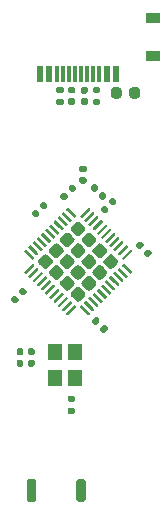
<source format=gtp>
G04 #@! TF.GenerationSoftware,KiCad,Pcbnew,(5.1.10)-1*
G04 #@! TF.CreationDate,2021-09-15T22:42:09+01:00*
G04 #@! TF.ProjectId,32u4-Pico,33327534-2d50-4696-936f-2e6b69636164,REV1*
G04 #@! TF.SameCoordinates,Original*
G04 #@! TF.FileFunction,Paste,Top*
G04 #@! TF.FilePolarity,Positive*
%FSLAX46Y46*%
G04 Gerber Fmt 4.6, Leading zero omitted, Abs format (unit mm)*
G04 Created by KiCad (PCBNEW (5.1.10)-1) date 2021-09-15 22:42:09*
%MOMM*%
%LPD*%
G01*
G04 APERTURE LIST*
%ADD10R,1.200000X0.900000*%
%ADD11R,1.200000X1.400000*%
%ADD12R,0.600000X1.450000*%
%ADD13R,0.300000X1.450000*%
G04 APERTURE END LIST*
D10*
X109940000Y-59855000D03*
X109940000Y-63155000D03*
D11*
X103330000Y-88155000D03*
X103330000Y-90355000D03*
X101630000Y-90355000D03*
X101630000Y-88155000D03*
G36*
G01*
X99350000Y-89305000D02*
X99350000Y-88965000D01*
G75*
G02*
X99490000Y-88825000I140000J0D01*
G01*
X99770000Y-88825000D01*
G75*
G02*
X99910000Y-88965000I0J-140000D01*
G01*
X99910000Y-89305000D01*
G75*
G02*
X99770000Y-89445000I-140000J0D01*
G01*
X99490000Y-89445000D01*
G75*
G02*
X99350000Y-89305000I0J140000D01*
G01*
G37*
G36*
G01*
X98390000Y-89305000D02*
X98390000Y-88965000D01*
G75*
G02*
X98530000Y-88825000I140000J0D01*
G01*
X98810000Y-88825000D01*
G75*
G02*
X98950000Y-88965000I0J-140000D01*
G01*
X98950000Y-89305000D01*
G75*
G02*
X98810000Y-89445000I-140000J0D01*
G01*
X98530000Y-89445000D01*
G75*
G02*
X98390000Y-89305000I0J140000D01*
G01*
G37*
G36*
G01*
X99350000Y-88325000D02*
X99350000Y-87985000D01*
G75*
G02*
X99490000Y-87845000I140000J0D01*
G01*
X99770000Y-87845000D01*
G75*
G02*
X99910000Y-87985000I0J-140000D01*
G01*
X99910000Y-88325000D01*
G75*
G02*
X99770000Y-88465000I-140000J0D01*
G01*
X99490000Y-88465000D01*
G75*
G02*
X99350000Y-88325000I0J140000D01*
G01*
G37*
G36*
G01*
X98390000Y-88325000D02*
X98390000Y-87985000D01*
G75*
G02*
X98530000Y-87845000I140000J0D01*
G01*
X98810000Y-87845000D01*
G75*
G02*
X98950000Y-87985000I0J-140000D01*
G01*
X98950000Y-88325000D01*
G75*
G02*
X98810000Y-88465000I-140000J0D01*
G01*
X98530000Y-88465000D01*
G75*
G02*
X98390000Y-88325000I0J140000D01*
G01*
G37*
G36*
G01*
X102837000Y-92900000D02*
X103207000Y-92900000D01*
G75*
G02*
X103342000Y-93035000I0J-135000D01*
G01*
X103342000Y-93305000D01*
G75*
G02*
X103207000Y-93440000I-135000J0D01*
G01*
X102837000Y-93440000D01*
G75*
G02*
X102702000Y-93305000I0J135000D01*
G01*
X102702000Y-93035000D01*
G75*
G02*
X102837000Y-92900000I135000J0D01*
G01*
G37*
G36*
G01*
X102837000Y-91880000D02*
X103207000Y-91880000D01*
G75*
G02*
X103342000Y-92015000I0J-135000D01*
G01*
X103342000Y-92285000D01*
G75*
G02*
X103207000Y-92420000I-135000J0D01*
G01*
X102837000Y-92420000D01*
G75*
G02*
X102702000Y-92285000I0J135000D01*
G01*
X102702000Y-92015000D01*
G75*
G02*
X102837000Y-91880000I135000J0D01*
G01*
G37*
G36*
G01*
X99252000Y-100697000D02*
X99252000Y-99097000D01*
G75*
G02*
X99452000Y-98897000I200000J0D01*
G01*
X99852000Y-98897000D01*
G75*
G02*
X100052000Y-99097000I0J-200000D01*
G01*
X100052000Y-100697000D01*
G75*
G02*
X99852000Y-100897000I-200000J0D01*
G01*
X99452000Y-100897000D01*
G75*
G02*
X99252000Y-100697000I0J200000D01*
G01*
G37*
G36*
G01*
X103452000Y-100697000D02*
X103452000Y-99097000D01*
G75*
G02*
X103652000Y-98897000I200000J0D01*
G01*
X104052000Y-98897000D01*
G75*
G02*
X104252000Y-99097000I0J-200000D01*
G01*
X104252000Y-100697000D01*
G75*
G02*
X104052000Y-100897000I-200000J0D01*
G01*
X103652000Y-100897000D01*
G75*
G02*
X103452000Y-100697000I0J200000D01*
G01*
G37*
G36*
G01*
X105283787Y-74350371D02*
X105043371Y-74590787D01*
G75*
G02*
X104845381Y-74590787I-98995J98995D01*
G01*
X104647391Y-74392797D01*
G75*
G02*
X104647391Y-74194807I98995J98995D01*
G01*
X104887807Y-73954391D01*
G75*
G02*
X105085797Y-73954391I98995J-98995D01*
G01*
X105283787Y-74152381D01*
G75*
G02*
X105283787Y-74350371I-98995J-98995D01*
G01*
G37*
G36*
G01*
X105962609Y-75029193D02*
X105722193Y-75269609D01*
G75*
G02*
X105524203Y-75269609I-98995J98995D01*
G01*
X105326213Y-75071619D01*
G75*
G02*
X105326213Y-74873629I98995J98995D01*
G01*
X105566629Y-74633213D01*
G75*
G02*
X105764619Y-74633213I98995J-98995D01*
G01*
X105962609Y-74831203D01*
G75*
G02*
X105962609Y-75029193I-98995J-98995D01*
G01*
G37*
G36*
G01*
X103023629Y-74648787D02*
X102783213Y-74408371D01*
G75*
G02*
X102783213Y-74210381I98995J98995D01*
G01*
X102981203Y-74012391D01*
G75*
G02*
X103179193Y-74012391I98995J-98995D01*
G01*
X103419609Y-74252807D01*
G75*
G02*
X103419609Y-74450797I-98995J-98995D01*
G01*
X103221619Y-74648787D01*
G75*
G02*
X103023629Y-74648787I-98995J98995D01*
G01*
G37*
G36*
G01*
X102344807Y-75327609D02*
X102104391Y-75087193D01*
G75*
G02*
X102104391Y-74889203I98995J98995D01*
G01*
X102302381Y-74691213D01*
G75*
G02*
X102500371Y-74691213I98995J-98995D01*
G01*
X102740787Y-74931629D01*
G75*
G02*
X102740787Y-75129619I-98995J-98995D01*
G01*
X102542797Y-75327609D01*
G75*
G02*
X102344807Y-75327609I-98995J98995D01*
G01*
G37*
G36*
G01*
X98309371Y-83419213D02*
X98549787Y-83659629D01*
G75*
G02*
X98549787Y-83857619I-98995J-98995D01*
G01*
X98351797Y-84055609D01*
G75*
G02*
X98153807Y-84055609I-98995J98995D01*
G01*
X97913391Y-83815193D01*
G75*
G02*
X97913391Y-83617203I98995J98995D01*
G01*
X98111381Y-83419213D01*
G75*
G02*
X98309371Y-83419213I98995J-98995D01*
G01*
G37*
G36*
G01*
X98988193Y-82740391D02*
X99228609Y-82980807D01*
G75*
G02*
X99228609Y-83178797I-98995J-98995D01*
G01*
X99030619Y-83376787D01*
G75*
G02*
X98832629Y-83376787I-98995J98995D01*
G01*
X98592213Y-83136371D01*
G75*
G02*
X98592213Y-82938381I98995J98995D01*
G01*
X98790203Y-82740391D01*
G75*
G02*
X98988193Y-82740391I98995J-98995D01*
G01*
G37*
G36*
G01*
X109176213Y-79745629D02*
X109416629Y-79505213D01*
G75*
G02*
X109614619Y-79505213I98995J-98995D01*
G01*
X109812609Y-79703203D01*
G75*
G02*
X109812609Y-79901193I-98995J-98995D01*
G01*
X109572193Y-80141609D01*
G75*
G02*
X109374203Y-80141609I-98995J98995D01*
G01*
X109176213Y-79943619D01*
G75*
G02*
X109176213Y-79745629I98995J98995D01*
G01*
G37*
G36*
G01*
X108497391Y-79066807D02*
X108737807Y-78826391D01*
G75*
G02*
X108935797Y-78826391I98995J-98995D01*
G01*
X109133787Y-79024381D01*
G75*
G02*
X109133787Y-79222371I-98995J-98995D01*
G01*
X108893371Y-79462787D01*
G75*
G02*
X108695381Y-79462787I-98995J98995D01*
G01*
X108497391Y-79264797D01*
G75*
G02*
X108497391Y-79066807I98995J98995D01*
G01*
G37*
G36*
G01*
X104170000Y-72965000D02*
X103830000Y-72965000D01*
G75*
G02*
X103690000Y-72825000I0J140000D01*
G01*
X103690000Y-72545000D01*
G75*
G02*
X103830000Y-72405000I140000J0D01*
G01*
X104170000Y-72405000D01*
G75*
G02*
X104310000Y-72545000I0J-140000D01*
G01*
X104310000Y-72825000D01*
G75*
G02*
X104170000Y-72965000I-140000J0D01*
G01*
G37*
G36*
G01*
X104170000Y-73925000D02*
X103830000Y-73925000D01*
G75*
G02*
X103690000Y-73785000I0J140000D01*
G01*
X103690000Y-73505000D01*
G75*
G02*
X103830000Y-73365000I140000J0D01*
G01*
X104170000Y-73365000D01*
G75*
G02*
X104310000Y-73505000I0J-140000D01*
G01*
X104310000Y-73785000D01*
G75*
G02*
X104170000Y-73925000I-140000J0D01*
G01*
G37*
G36*
G01*
X105447624Y-86130040D02*
X105688040Y-85889624D01*
G75*
G02*
X105886030Y-85889624I98995J-98995D01*
G01*
X106084020Y-86087614D01*
G75*
G02*
X106084020Y-86285604I-98995J-98995D01*
G01*
X105843604Y-86526020D01*
G75*
G02*
X105645614Y-86526020I-98995J98995D01*
G01*
X105447624Y-86328030D01*
G75*
G02*
X105447624Y-86130040I98995J98995D01*
G01*
G37*
G36*
G01*
X104768802Y-85451218D02*
X105009218Y-85210802D01*
G75*
G02*
X105207208Y-85210802I98995J-98995D01*
G01*
X105405198Y-85408792D01*
G75*
G02*
X105405198Y-85606782I-98995J-98995D01*
G01*
X105164782Y-85847198D01*
G75*
G02*
X104966792Y-85847198I-98995J98995D01*
G01*
X104768802Y-85649208D01*
G75*
G02*
X104768802Y-85451218I98995J98995D01*
G01*
G37*
G36*
G01*
X100605629Y-76100787D02*
X100365213Y-75860371D01*
G75*
G02*
X100365213Y-75662381I98995J98995D01*
G01*
X100563203Y-75464391D01*
G75*
G02*
X100761193Y-75464391I98995J-98995D01*
G01*
X101001609Y-75704807D01*
G75*
G02*
X101001609Y-75902797I-98995J-98995D01*
G01*
X100803619Y-76100787D01*
G75*
G02*
X100605629Y-76100787I-98995J98995D01*
G01*
G37*
G36*
G01*
X99926807Y-76779609D02*
X99686391Y-76539193D01*
G75*
G02*
X99686391Y-76341203I98995J98995D01*
G01*
X99884381Y-76143213D01*
G75*
G02*
X100082371Y-76143213I98995J-98995D01*
G01*
X100322787Y-76383629D01*
G75*
G02*
X100322787Y-76581619I-98995J-98995D01*
G01*
X100124797Y-76779609D01*
G75*
G02*
X99926807Y-76779609I-98995J98995D01*
G01*
G37*
G36*
G01*
X106443629Y-75760787D02*
X106203213Y-75520371D01*
G75*
G02*
X106203213Y-75322381I98995J98995D01*
G01*
X106401203Y-75124391D01*
G75*
G02*
X106599193Y-75124391I98995J-98995D01*
G01*
X106839609Y-75364807D01*
G75*
G02*
X106839609Y-75562797I-98995J-98995D01*
G01*
X106641619Y-75760787D01*
G75*
G02*
X106443629Y-75760787I-98995J98995D01*
G01*
G37*
G36*
G01*
X105764807Y-76439609D02*
X105524391Y-76199193D01*
G75*
G02*
X105524391Y-76001203I98995J98995D01*
G01*
X105722381Y-75803213D01*
G75*
G02*
X105920371Y-75803213I98995J-98995D01*
G01*
X106160787Y-76043629D01*
G75*
G02*
X106160787Y-76241619I-98995J-98995D01*
G01*
X105962797Y-76439609D01*
G75*
G02*
X105764807Y-76439609I-98995J98995D01*
G01*
G37*
G36*
G01*
X107280000Y-65989000D02*
X107280000Y-66489000D01*
G75*
G02*
X107055000Y-66714000I-225000J0D01*
G01*
X106605000Y-66714000D01*
G75*
G02*
X106380000Y-66489000I0J225000D01*
G01*
X106380000Y-65989000D01*
G75*
G02*
X106605000Y-65764000I225000J0D01*
G01*
X107055000Y-65764000D01*
G75*
G02*
X107280000Y-65989000I0J-225000D01*
G01*
G37*
G36*
G01*
X108830000Y-65989000D02*
X108830000Y-66489000D01*
G75*
G02*
X108605000Y-66714000I-225000J0D01*
G01*
X108155000Y-66714000D01*
G75*
G02*
X107930000Y-66489000I0J225000D01*
G01*
X107930000Y-65989000D01*
G75*
G02*
X108155000Y-65764000I225000J0D01*
G01*
X108605000Y-65764000D01*
G75*
G02*
X108830000Y-65989000I0J-225000D01*
G01*
G37*
G36*
G01*
X103949000Y-66691000D02*
X104289000Y-66691000D01*
G75*
G02*
X104429000Y-66831000I0J-140000D01*
G01*
X104429000Y-67111000D01*
G75*
G02*
X104289000Y-67251000I-140000J0D01*
G01*
X103949000Y-67251000D01*
G75*
G02*
X103809000Y-67111000I0J140000D01*
G01*
X103809000Y-66831000D01*
G75*
G02*
X103949000Y-66691000I140000J0D01*
G01*
G37*
G36*
G01*
X103949000Y-65731000D02*
X104289000Y-65731000D01*
G75*
G02*
X104429000Y-65871000I0J-140000D01*
G01*
X104429000Y-66151000D01*
G75*
G02*
X104289000Y-66291000I-140000J0D01*
G01*
X103949000Y-66291000D01*
G75*
G02*
X103809000Y-66151000I0J140000D01*
G01*
X103809000Y-65871000D01*
G75*
G02*
X103949000Y-65731000I140000J0D01*
G01*
G37*
G36*
G01*
X102245000Y-66245000D02*
X101875000Y-66245000D01*
G75*
G02*
X101740000Y-66110000I0J135000D01*
G01*
X101740000Y-65840000D01*
G75*
G02*
X101875000Y-65705000I135000J0D01*
G01*
X102245000Y-65705000D01*
G75*
G02*
X102380000Y-65840000I0J-135000D01*
G01*
X102380000Y-66110000D01*
G75*
G02*
X102245000Y-66245000I-135000J0D01*
G01*
G37*
G36*
G01*
X102245000Y-67265000D02*
X101875000Y-67265000D01*
G75*
G02*
X101740000Y-67130000I0J135000D01*
G01*
X101740000Y-66860000D01*
G75*
G02*
X101875000Y-66725000I135000J0D01*
G01*
X102245000Y-66725000D01*
G75*
G02*
X102380000Y-66860000I0J-135000D01*
G01*
X102380000Y-67130000D01*
G75*
G02*
X102245000Y-67265000I-135000J0D01*
G01*
G37*
G36*
G01*
X105335000Y-66255000D02*
X104965000Y-66255000D01*
G75*
G02*
X104830000Y-66120000I0J135000D01*
G01*
X104830000Y-65850000D01*
G75*
G02*
X104965000Y-65715000I135000J0D01*
G01*
X105335000Y-65715000D01*
G75*
G02*
X105470000Y-65850000I0J-135000D01*
G01*
X105470000Y-66120000D01*
G75*
G02*
X105335000Y-66255000I-135000J0D01*
G01*
G37*
G36*
G01*
X105335000Y-67275000D02*
X104965000Y-67275000D01*
G75*
G02*
X104830000Y-67140000I0J135000D01*
G01*
X104830000Y-66870000D01*
G75*
G02*
X104965000Y-66735000I135000J0D01*
G01*
X105335000Y-66735000D01*
G75*
G02*
X105470000Y-66870000I0J-135000D01*
G01*
X105470000Y-67140000D01*
G75*
G02*
X105335000Y-67275000I-135000J0D01*
G01*
G37*
G36*
G01*
X102884000Y-66684000D02*
X103224000Y-66684000D01*
G75*
G02*
X103364000Y-66824000I0J-140000D01*
G01*
X103364000Y-67104000D01*
G75*
G02*
X103224000Y-67244000I-140000J0D01*
G01*
X102884000Y-67244000D01*
G75*
G02*
X102744000Y-67104000I0J140000D01*
G01*
X102744000Y-66824000D01*
G75*
G02*
X102884000Y-66684000I140000J0D01*
G01*
G37*
G36*
G01*
X102884000Y-65724000D02*
X103224000Y-65724000D01*
G75*
G02*
X103364000Y-65864000I0J-140000D01*
G01*
X103364000Y-66144000D01*
G75*
G02*
X103224000Y-66284000I-140000J0D01*
G01*
X102884000Y-66284000D01*
G75*
G02*
X102744000Y-66144000I0J140000D01*
G01*
X102744000Y-65864000D01*
G75*
G02*
X102884000Y-65724000I140000J0D01*
G01*
G37*
G36*
G01*
X103024314Y-83105940D02*
X103413224Y-82717030D01*
G75*
G02*
X103766776Y-82717030I176776J-176776D01*
G01*
X104155686Y-83105940D01*
G75*
G02*
X104155686Y-83459492I-176776J-176776D01*
G01*
X103766776Y-83848402D01*
G75*
G02*
X103413224Y-83848402I-176776J176776D01*
G01*
X103024314Y-83459492D01*
G75*
G02*
X103024314Y-83105940I176776J176776D01*
G01*
G37*
G36*
G01*
X103943553Y-82186702D02*
X104332463Y-81797792D01*
G75*
G02*
X104686015Y-81797792I176776J-176776D01*
G01*
X105074925Y-82186702D01*
G75*
G02*
X105074925Y-82540254I-176776J-176776D01*
G01*
X104686015Y-82929164D01*
G75*
G02*
X104332463Y-82929164I-176776J176776D01*
G01*
X103943553Y-82540254D01*
G75*
G02*
X103943553Y-82186702I176776J176776D01*
G01*
G37*
G36*
G01*
X104862792Y-81267463D02*
X105251702Y-80878553D01*
G75*
G02*
X105605254Y-80878553I176776J-176776D01*
G01*
X105994164Y-81267463D01*
G75*
G02*
X105994164Y-81621015I-176776J-176776D01*
G01*
X105605254Y-82009925D01*
G75*
G02*
X105251702Y-82009925I-176776J176776D01*
G01*
X104862792Y-81621015D01*
G75*
G02*
X104862792Y-81267463I176776J176776D01*
G01*
G37*
G36*
G01*
X105782030Y-80348224D02*
X106170940Y-79959314D01*
G75*
G02*
X106524492Y-79959314I176776J-176776D01*
G01*
X106913402Y-80348224D01*
G75*
G02*
X106913402Y-80701776I-176776J-176776D01*
G01*
X106524492Y-81090686D01*
G75*
G02*
X106170940Y-81090686I-176776J176776D01*
G01*
X105782030Y-80701776D01*
G75*
G02*
X105782030Y-80348224I176776J176776D01*
G01*
G37*
G36*
G01*
X102105075Y-82186702D02*
X102493985Y-81797792D01*
G75*
G02*
X102847537Y-81797792I176776J-176776D01*
G01*
X103236447Y-82186702D01*
G75*
G02*
X103236447Y-82540254I-176776J-176776D01*
G01*
X102847537Y-82929164D01*
G75*
G02*
X102493985Y-82929164I-176776J176776D01*
G01*
X102105075Y-82540254D01*
G75*
G02*
X102105075Y-82186702I176776J176776D01*
G01*
G37*
G36*
G01*
X103024314Y-81267463D02*
X103413224Y-80878553D01*
G75*
G02*
X103766776Y-80878553I176776J-176776D01*
G01*
X104155686Y-81267463D01*
G75*
G02*
X104155686Y-81621015I-176776J-176776D01*
G01*
X103766776Y-82009925D01*
G75*
G02*
X103413224Y-82009925I-176776J176776D01*
G01*
X103024314Y-81621015D01*
G75*
G02*
X103024314Y-81267463I176776J176776D01*
G01*
G37*
G36*
G01*
X103943553Y-80348224D02*
X104332463Y-79959314D01*
G75*
G02*
X104686015Y-79959314I176776J-176776D01*
G01*
X105074925Y-80348224D01*
G75*
G02*
X105074925Y-80701776I-176776J-176776D01*
G01*
X104686015Y-81090686D01*
G75*
G02*
X104332463Y-81090686I-176776J176776D01*
G01*
X103943553Y-80701776D01*
G75*
G02*
X103943553Y-80348224I176776J176776D01*
G01*
G37*
G36*
G01*
X104862792Y-79428985D02*
X105251702Y-79040075D01*
G75*
G02*
X105605254Y-79040075I176776J-176776D01*
G01*
X105994164Y-79428985D01*
G75*
G02*
X105994164Y-79782537I-176776J-176776D01*
G01*
X105605254Y-80171447D01*
G75*
G02*
X105251702Y-80171447I-176776J176776D01*
G01*
X104862792Y-79782537D01*
G75*
G02*
X104862792Y-79428985I176776J176776D01*
G01*
G37*
G36*
G01*
X101185836Y-81267463D02*
X101574746Y-80878553D01*
G75*
G02*
X101928298Y-80878553I176776J-176776D01*
G01*
X102317208Y-81267463D01*
G75*
G02*
X102317208Y-81621015I-176776J-176776D01*
G01*
X101928298Y-82009925D01*
G75*
G02*
X101574746Y-82009925I-176776J176776D01*
G01*
X101185836Y-81621015D01*
G75*
G02*
X101185836Y-81267463I176776J176776D01*
G01*
G37*
G36*
G01*
X102105075Y-80348224D02*
X102493985Y-79959314D01*
G75*
G02*
X102847537Y-79959314I176776J-176776D01*
G01*
X103236447Y-80348224D01*
G75*
G02*
X103236447Y-80701776I-176776J-176776D01*
G01*
X102847537Y-81090686D01*
G75*
G02*
X102493985Y-81090686I-176776J176776D01*
G01*
X102105075Y-80701776D01*
G75*
G02*
X102105075Y-80348224I176776J176776D01*
G01*
G37*
G36*
G01*
X103024314Y-79428985D02*
X103413224Y-79040075D01*
G75*
G02*
X103766776Y-79040075I176776J-176776D01*
G01*
X104155686Y-79428985D01*
G75*
G02*
X104155686Y-79782537I-176776J-176776D01*
G01*
X103766776Y-80171447D01*
G75*
G02*
X103413224Y-80171447I-176776J176776D01*
G01*
X103024314Y-79782537D01*
G75*
G02*
X103024314Y-79428985I176776J176776D01*
G01*
G37*
G36*
G01*
X103943553Y-78509746D02*
X104332463Y-78120836D01*
G75*
G02*
X104686015Y-78120836I176776J-176776D01*
G01*
X105074925Y-78509746D01*
G75*
G02*
X105074925Y-78863298I-176776J-176776D01*
G01*
X104686015Y-79252208D01*
G75*
G02*
X104332463Y-79252208I-176776J176776D01*
G01*
X103943553Y-78863298D01*
G75*
G02*
X103943553Y-78509746I176776J176776D01*
G01*
G37*
G36*
G01*
X100266598Y-80348224D02*
X100655508Y-79959314D01*
G75*
G02*
X101009060Y-79959314I176776J-176776D01*
G01*
X101397970Y-80348224D01*
G75*
G02*
X101397970Y-80701776I-176776J-176776D01*
G01*
X101009060Y-81090686D01*
G75*
G02*
X100655508Y-81090686I-176776J176776D01*
G01*
X100266598Y-80701776D01*
G75*
G02*
X100266598Y-80348224I176776J176776D01*
G01*
G37*
G36*
G01*
X101185836Y-79428985D02*
X101574746Y-79040075D01*
G75*
G02*
X101928298Y-79040075I176776J-176776D01*
G01*
X102317208Y-79428985D01*
G75*
G02*
X102317208Y-79782537I-176776J-176776D01*
G01*
X101928298Y-80171447D01*
G75*
G02*
X101574746Y-80171447I-176776J176776D01*
G01*
X101185836Y-79782537D01*
G75*
G02*
X101185836Y-79428985I176776J176776D01*
G01*
G37*
G36*
G01*
X102105075Y-78509746D02*
X102493985Y-78120836D01*
G75*
G02*
X102847537Y-78120836I176776J-176776D01*
G01*
X103236447Y-78509746D01*
G75*
G02*
X103236447Y-78863298I-176776J-176776D01*
G01*
X102847537Y-79252208D01*
G75*
G02*
X102493985Y-79252208I-176776J176776D01*
G01*
X102105075Y-78863298D01*
G75*
G02*
X102105075Y-78509746I176776J176776D01*
G01*
G37*
G36*
G01*
X103024314Y-77590508D02*
X103413224Y-77201598D01*
G75*
G02*
X103766776Y-77201598I176776J-176776D01*
G01*
X104155686Y-77590508D01*
G75*
G02*
X104155686Y-77944060I-176776J-176776D01*
G01*
X103766776Y-78332970D01*
G75*
G02*
X103413224Y-78332970I-176776J176776D01*
G01*
X103024314Y-77944060D01*
G75*
G02*
X103024314Y-77590508I176776J176776D01*
G01*
G37*
G36*
G01*
X103757938Y-76644752D02*
X104429690Y-75973000D01*
G75*
G02*
X104518078Y-75973000I44194J-44194D01*
G01*
X104606466Y-76061388D01*
G75*
G02*
X104606466Y-76149776I-44194J-44194D01*
G01*
X103934714Y-76821528D01*
G75*
G02*
X103846326Y-76821528I-44194J44194D01*
G01*
X103757938Y-76733140D01*
G75*
G02*
X103757938Y-76644752I44194J44194D01*
G01*
G37*
G36*
G01*
X104111491Y-76998306D02*
X104783243Y-76326554D01*
G75*
G02*
X104871631Y-76326554I44194J-44194D01*
G01*
X104960019Y-76414942D01*
G75*
G02*
X104960019Y-76503330I-44194J-44194D01*
G01*
X104288267Y-77175082D01*
G75*
G02*
X104199879Y-77175082I-44194J44194D01*
G01*
X104111491Y-77086694D01*
G75*
G02*
X104111491Y-76998306I44194J44194D01*
G01*
G37*
G36*
G01*
X104465045Y-77351859D02*
X105136797Y-76680107D01*
G75*
G02*
X105225185Y-76680107I44194J-44194D01*
G01*
X105313573Y-76768495D01*
G75*
G02*
X105313573Y-76856883I-44194J-44194D01*
G01*
X104641821Y-77528635D01*
G75*
G02*
X104553433Y-77528635I-44194J44194D01*
G01*
X104465045Y-77440247D01*
G75*
G02*
X104465045Y-77351859I44194J44194D01*
G01*
G37*
G36*
G01*
X104818598Y-77705412D02*
X105490350Y-77033660D01*
G75*
G02*
X105578738Y-77033660I44194J-44194D01*
G01*
X105667126Y-77122048D01*
G75*
G02*
X105667126Y-77210436I-44194J-44194D01*
G01*
X104995374Y-77882188D01*
G75*
G02*
X104906986Y-77882188I-44194J44194D01*
G01*
X104818598Y-77793800D01*
G75*
G02*
X104818598Y-77705412I44194J44194D01*
G01*
G37*
G36*
G01*
X105172151Y-78058966D02*
X105843903Y-77387214D01*
G75*
G02*
X105932291Y-77387214I44194J-44194D01*
G01*
X106020679Y-77475602D01*
G75*
G02*
X106020679Y-77563990I-44194J-44194D01*
G01*
X105348927Y-78235742D01*
G75*
G02*
X105260539Y-78235742I-44194J44194D01*
G01*
X105172151Y-78147354D01*
G75*
G02*
X105172151Y-78058966I44194J44194D01*
G01*
G37*
G36*
G01*
X105525705Y-78412519D02*
X106197457Y-77740767D01*
G75*
G02*
X106285845Y-77740767I44194J-44194D01*
G01*
X106374233Y-77829155D01*
G75*
G02*
X106374233Y-77917543I-44194J-44194D01*
G01*
X105702481Y-78589295D01*
G75*
G02*
X105614093Y-78589295I-44194J44194D01*
G01*
X105525705Y-78500907D01*
G75*
G02*
X105525705Y-78412519I44194J44194D01*
G01*
G37*
G36*
G01*
X105879258Y-78766073D02*
X106551010Y-78094321D01*
G75*
G02*
X106639398Y-78094321I44194J-44194D01*
G01*
X106727786Y-78182709D01*
G75*
G02*
X106727786Y-78271097I-44194J-44194D01*
G01*
X106056034Y-78942849D01*
G75*
G02*
X105967646Y-78942849I-44194J44194D01*
G01*
X105879258Y-78854461D01*
G75*
G02*
X105879258Y-78766073I44194J44194D01*
G01*
G37*
G36*
G01*
X106232812Y-79119626D02*
X106904564Y-78447874D01*
G75*
G02*
X106992952Y-78447874I44194J-44194D01*
G01*
X107081340Y-78536262D01*
G75*
G02*
X107081340Y-78624650I-44194J-44194D01*
G01*
X106409588Y-79296402D01*
G75*
G02*
X106321200Y-79296402I-44194J44194D01*
G01*
X106232812Y-79208014D01*
G75*
G02*
X106232812Y-79119626I44194J44194D01*
G01*
G37*
G36*
G01*
X106586365Y-79473179D02*
X107258117Y-78801427D01*
G75*
G02*
X107346505Y-78801427I44194J-44194D01*
G01*
X107434893Y-78889815D01*
G75*
G02*
X107434893Y-78978203I-44194J-44194D01*
G01*
X106763141Y-79649955D01*
G75*
G02*
X106674753Y-79649955I-44194J44194D01*
G01*
X106586365Y-79561567D01*
G75*
G02*
X106586365Y-79473179I44194J44194D01*
G01*
G37*
G36*
G01*
X106939918Y-79826733D02*
X107611670Y-79154981D01*
G75*
G02*
X107700058Y-79154981I44194J-44194D01*
G01*
X107788446Y-79243369D01*
G75*
G02*
X107788446Y-79331757I-44194J-44194D01*
G01*
X107116694Y-80003509D01*
G75*
G02*
X107028306Y-80003509I-44194J44194D01*
G01*
X106939918Y-79915121D01*
G75*
G02*
X106939918Y-79826733I44194J44194D01*
G01*
G37*
G36*
G01*
X107293472Y-80180286D02*
X107965224Y-79508534D01*
G75*
G02*
X108053612Y-79508534I44194J-44194D01*
G01*
X108142000Y-79596922D01*
G75*
G02*
X108142000Y-79685310I-44194J-44194D01*
G01*
X107470248Y-80357062D01*
G75*
G02*
X107381860Y-80357062I-44194J44194D01*
G01*
X107293472Y-80268674D01*
G75*
G02*
X107293472Y-80180286I44194J44194D01*
G01*
G37*
G36*
G01*
X107293472Y-80781326D02*
X107381860Y-80692938D01*
G75*
G02*
X107470248Y-80692938I44194J-44194D01*
G01*
X108142000Y-81364690D01*
G75*
G02*
X108142000Y-81453078I-44194J-44194D01*
G01*
X108053612Y-81541466D01*
G75*
G02*
X107965224Y-81541466I-44194J44194D01*
G01*
X107293472Y-80869714D01*
G75*
G02*
X107293472Y-80781326I44194J44194D01*
G01*
G37*
G36*
G01*
X106939918Y-81134879D02*
X107028306Y-81046491D01*
G75*
G02*
X107116694Y-81046491I44194J-44194D01*
G01*
X107788446Y-81718243D01*
G75*
G02*
X107788446Y-81806631I-44194J-44194D01*
G01*
X107700058Y-81895019D01*
G75*
G02*
X107611670Y-81895019I-44194J44194D01*
G01*
X106939918Y-81223267D01*
G75*
G02*
X106939918Y-81134879I44194J44194D01*
G01*
G37*
G36*
G01*
X106586365Y-81488433D02*
X106674753Y-81400045D01*
G75*
G02*
X106763141Y-81400045I44194J-44194D01*
G01*
X107434893Y-82071797D01*
G75*
G02*
X107434893Y-82160185I-44194J-44194D01*
G01*
X107346505Y-82248573D01*
G75*
G02*
X107258117Y-82248573I-44194J44194D01*
G01*
X106586365Y-81576821D01*
G75*
G02*
X106586365Y-81488433I44194J44194D01*
G01*
G37*
G36*
G01*
X106232812Y-81841986D02*
X106321200Y-81753598D01*
G75*
G02*
X106409588Y-81753598I44194J-44194D01*
G01*
X107081340Y-82425350D01*
G75*
G02*
X107081340Y-82513738I-44194J-44194D01*
G01*
X106992952Y-82602126D01*
G75*
G02*
X106904564Y-82602126I-44194J44194D01*
G01*
X106232812Y-81930374D01*
G75*
G02*
X106232812Y-81841986I44194J44194D01*
G01*
G37*
G36*
G01*
X105879258Y-82195539D02*
X105967646Y-82107151D01*
G75*
G02*
X106056034Y-82107151I44194J-44194D01*
G01*
X106727786Y-82778903D01*
G75*
G02*
X106727786Y-82867291I-44194J-44194D01*
G01*
X106639398Y-82955679D01*
G75*
G02*
X106551010Y-82955679I-44194J44194D01*
G01*
X105879258Y-82283927D01*
G75*
G02*
X105879258Y-82195539I44194J44194D01*
G01*
G37*
G36*
G01*
X105525705Y-82549093D02*
X105614093Y-82460705D01*
G75*
G02*
X105702481Y-82460705I44194J-44194D01*
G01*
X106374233Y-83132457D01*
G75*
G02*
X106374233Y-83220845I-44194J-44194D01*
G01*
X106285845Y-83309233D01*
G75*
G02*
X106197457Y-83309233I-44194J44194D01*
G01*
X105525705Y-82637481D01*
G75*
G02*
X105525705Y-82549093I44194J44194D01*
G01*
G37*
G36*
G01*
X105172151Y-82902646D02*
X105260539Y-82814258D01*
G75*
G02*
X105348927Y-82814258I44194J-44194D01*
G01*
X106020679Y-83486010D01*
G75*
G02*
X106020679Y-83574398I-44194J-44194D01*
G01*
X105932291Y-83662786D01*
G75*
G02*
X105843903Y-83662786I-44194J44194D01*
G01*
X105172151Y-82991034D01*
G75*
G02*
X105172151Y-82902646I44194J44194D01*
G01*
G37*
G36*
G01*
X104818598Y-83256200D02*
X104906986Y-83167812D01*
G75*
G02*
X104995374Y-83167812I44194J-44194D01*
G01*
X105667126Y-83839564D01*
G75*
G02*
X105667126Y-83927952I-44194J-44194D01*
G01*
X105578738Y-84016340D01*
G75*
G02*
X105490350Y-84016340I-44194J44194D01*
G01*
X104818598Y-83344588D01*
G75*
G02*
X104818598Y-83256200I44194J44194D01*
G01*
G37*
G36*
G01*
X104465045Y-83609753D02*
X104553433Y-83521365D01*
G75*
G02*
X104641821Y-83521365I44194J-44194D01*
G01*
X105313573Y-84193117D01*
G75*
G02*
X105313573Y-84281505I-44194J-44194D01*
G01*
X105225185Y-84369893D01*
G75*
G02*
X105136797Y-84369893I-44194J44194D01*
G01*
X104465045Y-83698141D01*
G75*
G02*
X104465045Y-83609753I44194J44194D01*
G01*
G37*
G36*
G01*
X104111491Y-83963306D02*
X104199879Y-83874918D01*
G75*
G02*
X104288267Y-83874918I44194J-44194D01*
G01*
X104960019Y-84546670D01*
G75*
G02*
X104960019Y-84635058I-44194J-44194D01*
G01*
X104871631Y-84723446D01*
G75*
G02*
X104783243Y-84723446I-44194J44194D01*
G01*
X104111491Y-84051694D01*
G75*
G02*
X104111491Y-83963306I44194J44194D01*
G01*
G37*
G36*
G01*
X103757938Y-84316860D02*
X103846326Y-84228472D01*
G75*
G02*
X103934714Y-84228472I44194J-44194D01*
G01*
X104606466Y-84900224D01*
G75*
G02*
X104606466Y-84988612I-44194J-44194D01*
G01*
X104518078Y-85077000D01*
G75*
G02*
X104429690Y-85077000I-44194J44194D01*
G01*
X103757938Y-84405248D01*
G75*
G02*
X103757938Y-84316860I44194J44194D01*
G01*
G37*
G36*
G01*
X102573534Y-84900224D02*
X103245286Y-84228472D01*
G75*
G02*
X103333674Y-84228472I44194J-44194D01*
G01*
X103422062Y-84316860D01*
G75*
G02*
X103422062Y-84405248I-44194J-44194D01*
G01*
X102750310Y-85077000D01*
G75*
G02*
X102661922Y-85077000I-44194J44194D01*
G01*
X102573534Y-84988612D01*
G75*
G02*
X102573534Y-84900224I44194J44194D01*
G01*
G37*
G36*
G01*
X102219981Y-84546670D02*
X102891733Y-83874918D01*
G75*
G02*
X102980121Y-83874918I44194J-44194D01*
G01*
X103068509Y-83963306D01*
G75*
G02*
X103068509Y-84051694I-44194J-44194D01*
G01*
X102396757Y-84723446D01*
G75*
G02*
X102308369Y-84723446I-44194J44194D01*
G01*
X102219981Y-84635058D01*
G75*
G02*
X102219981Y-84546670I44194J44194D01*
G01*
G37*
G36*
G01*
X101866427Y-84193117D02*
X102538179Y-83521365D01*
G75*
G02*
X102626567Y-83521365I44194J-44194D01*
G01*
X102714955Y-83609753D01*
G75*
G02*
X102714955Y-83698141I-44194J-44194D01*
G01*
X102043203Y-84369893D01*
G75*
G02*
X101954815Y-84369893I-44194J44194D01*
G01*
X101866427Y-84281505D01*
G75*
G02*
X101866427Y-84193117I44194J44194D01*
G01*
G37*
G36*
G01*
X101512874Y-83839564D02*
X102184626Y-83167812D01*
G75*
G02*
X102273014Y-83167812I44194J-44194D01*
G01*
X102361402Y-83256200D01*
G75*
G02*
X102361402Y-83344588I-44194J-44194D01*
G01*
X101689650Y-84016340D01*
G75*
G02*
X101601262Y-84016340I-44194J44194D01*
G01*
X101512874Y-83927952D01*
G75*
G02*
X101512874Y-83839564I44194J44194D01*
G01*
G37*
G36*
G01*
X101159321Y-83486010D02*
X101831073Y-82814258D01*
G75*
G02*
X101919461Y-82814258I44194J-44194D01*
G01*
X102007849Y-82902646D01*
G75*
G02*
X102007849Y-82991034I-44194J-44194D01*
G01*
X101336097Y-83662786D01*
G75*
G02*
X101247709Y-83662786I-44194J44194D01*
G01*
X101159321Y-83574398D01*
G75*
G02*
X101159321Y-83486010I44194J44194D01*
G01*
G37*
G36*
G01*
X100805767Y-83132457D02*
X101477519Y-82460705D01*
G75*
G02*
X101565907Y-82460705I44194J-44194D01*
G01*
X101654295Y-82549093D01*
G75*
G02*
X101654295Y-82637481I-44194J-44194D01*
G01*
X100982543Y-83309233D01*
G75*
G02*
X100894155Y-83309233I-44194J44194D01*
G01*
X100805767Y-83220845D01*
G75*
G02*
X100805767Y-83132457I44194J44194D01*
G01*
G37*
G36*
G01*
X100452214Y-82778903D02*
X101123966Y-82107151D01*
G75*
G02*
X101212354Y-82107151I44194J-44194D01*
G01*
X101300742Y-82195539D01*
G75*
G02*
X101300742Y-82283927I-44194J-44194D01*
G01*
X100628990Y-82955679D01*
G75*
G02*
X100540602Y-82955679I-44194J44194D01*
G01*
X100452214Y-82867291D01*
G75*
G02*
X100452214Y-82778903I44194J44194D01*
G01*
G37*
G36*
G01*
X100098660Y-82425350D02*
X100770412Y-81753598D01*
G75*
G02*
X100858800Y-81753598I44194J-44194D01*
G01*
X100947188Y-81841986D01*
G75*
G02*
X100947188Y-81930374I-44194J-44194D01*
G01*
X100275436Y-82602126D01*
G75*
G02*
X100187048Y-82602126I-44194J44194D01*
G01*
X100098660Y-82513738D01*
G75*
G02*
X100098660Y-82425350I44194J44194D01*
G01*
G37*
G36*
G01*
X99745107Y-82071797D02*
X100416859Y-81400045D01*
G75*
G02*
X100505247Y-81400045I44194J-44194D01*
G01*
X100593635Y-81488433D01*
G75*
G02*
X100593635Y-81576821I-44194J-44194D01*
G01*
X99921883Y-82248573D01*
G75*
G02*
X99833495Y-82248573I-44194J44194D01*
G01*
X99745107Y-82160185D01*
G75*
G02*
X99745107Y-82071797I44194J44194D01*
G01*
G37*
G36*
G01*
X99391554Y-81718243D02*
X100063306Y-81046491D01*
G75*
G02*
X100151694Y-81046491I44194J-44194D01*
G01*
X100240082Y-81134879D01*
G75*
G02*
X100240082Y-81223267I-44194J-44194D01*
G01*
X99568330Y-81895019D01*
G75*
G02*
X99479942Y-81895019I-44194J44194D01*
G01*
X99391554Y-81806631D01*
G75*
G02*
X99391554Y-81718243I44194J44194D01*
G01*
G37*
G36*
G01*
X99038000Y-81364690D02*
X99709752Y-80692938D01*
G75*
G02*
X99798140Y-80692938I44194J-44194D01*
G01*
X99886528Y-80781326D01*
G75*
G02*
X99886528Y-80869714I-44194J-44194D01*
G01*
X99214776Y-81541466D01*
G75*
G02*
X99126388Y-81541466I-44194J44194D01*
G01*
X99038000Y-81453078D01*
G75*
G02*
X99038000Y-81364690I44194J44194D01*
G01*
G37*
G36*
G01*
X99038000Y-79596922D02*
X99126388Y-79508534D01*
G75*
G02*
X99214776Y-79508534I44194J-44194D01*
G01*
X99886528Y-80180286D01*
G75*
G02*
X99886528Y-80268674I-44194J-44194D01*
G01*
X99798140Y-80357062D01*
G75*
G02*
X99709752Y-80357062I-44194J44194D01*
G01*
X99038000Y-79685310D01*
G75*
G02*
X99038000Y-79596922I44194J44194D01*
G01*
G37*
G36*
G01*
X99391554Y-79243369D02*
X99479942Y-79154981D01*
G75*
G02*
X99568330Y-79154981I44194J-44194D01*
G01*
X100240082Y-79826733D01*
G75*
G02*
X100240082Y-79915121I-44194J-44194D01*
G01*
X100151694Y-80003509D01*
G75*
G02*
X100063306Y-80003509I-44194J44194D01*
G01*
X99391554Y-79331757D01*
G75*
G02*
X99391554Y-79243369I44194J44194D01*
G01*
G37*
G36*
G01*
X99745107Y-78889815D02*
X99833495Y-78801427D01*
G75*
G02*
X99921883Y-78801427I44194J-44194D01*
G01*
X100593635Y-79473179D01*
G75*
G02*
X100593635Y-79561567I-44194J-44194D01*
G01*
X100505247Y-79649955D01*
G75*
G02*
X100416859Y-79649955I-44194J44194D01*
G01*
X99745107Y-78978203D01*
G75*
G02*
X99745107Y-78889815I44194J44194D01*
G01*
G37*
G36*
G01*
X100098660Y-78536262D02*
X100187048Y-78447874D01*
G75*
G02*
X100275436Y-78447874I44194J-44194D01*
G01*
X100947188Y-79119626D01*
G75*
G02*
X100947188Y-79208014I-44194J-44194D01*
G01*
X100858800Y-79296402D01*
G75*
G02*
X100770412Y-79296402I-44194J44194D01*
G01*
X100098660Y-78624650D01*
G75*
G02*
X100098660Y-78536262I44194J44194D01*
G01*
G37*
G36*
G01*
X100452214Y-78182709D02*
X100540602Y-78094321D01*
G75*
G02*
X100628990Y-78094321I44194J-44194D01*
G01*
X101300742Y-78766073D01*
G75*
G02*
X101300742Y-78854461I-44194J-44194D01*
G01*
X101212354Y-78942849D01*
G75*
G02*
X101123966Y-78942849I-44194J44194D01*
G01*
X100452214Y-78271097D01*
G75*
G02*
X100452214Y-78182709I44194J44194D01*
G01*
G37*
G36*
G01*
X100805767Y-77829155D02*
X100894155Y-77740767D01*
G75*
G02*
X100982543Y-77740767I44194J-44194D01*
G01*
X101654295Y-78412519D01*
G75*
G02*
X101654295Y-78500907I-44194J-44194D01*
G01*
X101565907Y-78589295D01*
G75*
G02*
X101477519Y-78589295I-44194J44194D01*
G01*
X100805767Y-77917543D01*
G75*
G02*
X100805767Y-77829155I44194J44194D01*
G01*
G37*
G36*
G01*
X101159321Y-77475602D02*
X101247709Y-77387214D01*
G75*
G02*
X101336097Y-77387214I44194J-44194D01*
G01*
X102007849Y-78058966D01*
G75*
G02*
X102007849Y-78147354I-44194J-44194D01*
G01*
X101919461Y-78235742D01*
G75*
G02*
X101831073Y-78235742I-44194J44194D01*
G01*
X101159321Y-77563990D01*
G75*
G02*
X101159321Y-77475602I44194J44194D01*
G01*
G37*
G36*
G01*
X101512874Y-77122048D02*
X101601262Y-77033660D01*
G75*
G02*
X101689650Y-77033660I44194J-44194D01*
G01*
X102361402Y-77705412D01*
G75*
G02*
X102361402Y-77793800I-44194J-44194D01*
G01*
X102273014Y-77882188D01*
G75*
G02*
X102184626Y-77882188I-44194J44194D01*
G01*
X101512874Y-77210436D01*
G75*
G02*
X101512874Y-77122048I44194J44194D01*
G01*
G37*
G36*
G01*
X101866427Y-76768495D02*
X101954815Y-76680107D01*
G75*
G02*
X102043203Y-76680107I44194J-44194D01*
G01*
X102714955Y-77351859D01*
G75*
G02*
X102714955Y-77440247I-44194J-44194D01*
G01*
X102626567Y-77528635D01*
G75*
G02*
X102538179Y-77528635I-44194J44194D01*
G01*
X101866427Y-76856883D01*
G75*
G02*
X101866427Y-76768495I44194J44194D01*
G01*
G37*
G36*
G01*
X102219981Y-76414942D02*
X102308369Y-76326554D01*
G75*
G02*
X102396757Y-76326554I44194J-44194D01*
G01*
X103068509Y-76998306D01*
G75*
G02*
X103068509Y-77086694I-44194J-44194D01*
G01*
X102980121Y-77175082D01*
G75*
G02*
X102891733Y-77175082I-44194J44194D01*
G01*
X102219981Y-76503330D01*
G75*
G02*
X102219981Y-76414942I44194J44194D01*
G01*
G37*
G36*
G01*
X102573534Y-76061388D02*
X102661922Y-75973000D01*
G75*
G02*
X102750310Y-75973000I44194J-44194D01*
G01*
X103422062Y-76644752D01*
G75*
G02*
X103422062Y-76733140I-44194J-44194D01*
G01*
X103333674Y-76821528D01*
G75*
G02*
X103245286Y-76821528I-44194J44194D01*
G01*
X102573534Y-76149776D01*
G75*
G02*
X102573534Y-76061388I44194J44194D01*
G01*
G37*
D12*
X100375000Y-64620000D03*
X106825000Y-64620000D03*
X101150000Y-64620000D03*
X106050000Y-64620000D03*
D13*
X105350000Y-64620000D03*
X101850000Y-64620000D03*
X104850000Y-64620000D03*
X102350000Y-64620000D03*
X104350000Y-64620000D03*
X102850000Y-64620000D03*
X103350000Y-64620000D03*
X103850000Y-64620000D03*
M02*

</source>
